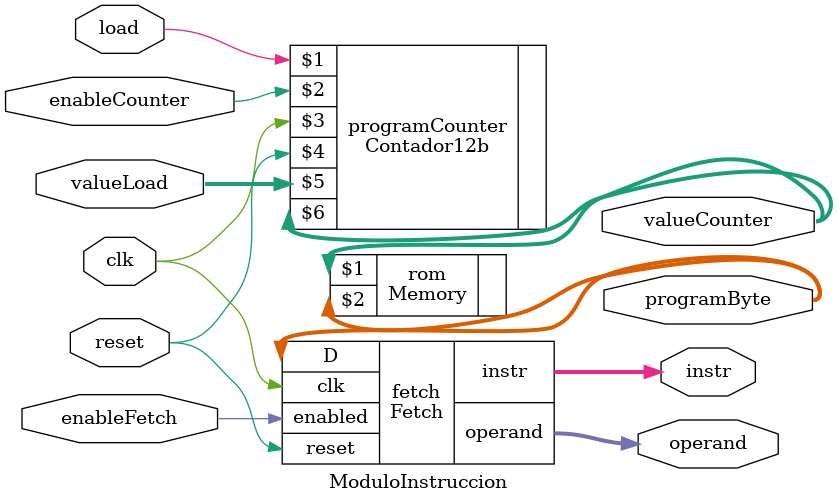
<source format=v>

module Fetch(input wire[7:0] D,input wire enabled, reset, clk, output reg[3:0] instr, operand);
    // Flip Flop tipo D de 8 bits

    always @ (posedge clk, posedge reset) begin
        
        if (reset) begin  //cuando reset es 1 las salidas se colocan en 0
            instr <= 0;  
            operand <= 0;
        end
        else if (enabled) begin // si enabled esta en 1 deja pasar los bits 4-7 a instr y 0-3 a operand
            instr <= D[7:4];
            operand <= D[3:0];
        end
    end
endmodule

module ModuloInstruccion(input wire [11:0] valueLoad, input load, reset, enableCounter, enableFetch, clk,
                         output wire [3:0] instr, operand, output wire [7:0] programByte, output wire [11:0] valueCounter);


    
    Contador12b programCounter(load ,enableCounter, clk, reset, valueLoad, valueCounter); //conexion entre 
    Memory rom(valueCounter, programByte); //conexion entre memoria y el program counter
    Fetch   fetch(programByte, enableFetch, reset, clk, instr , operand); //conexion del fetch con la memoria

endmodule


</source>
